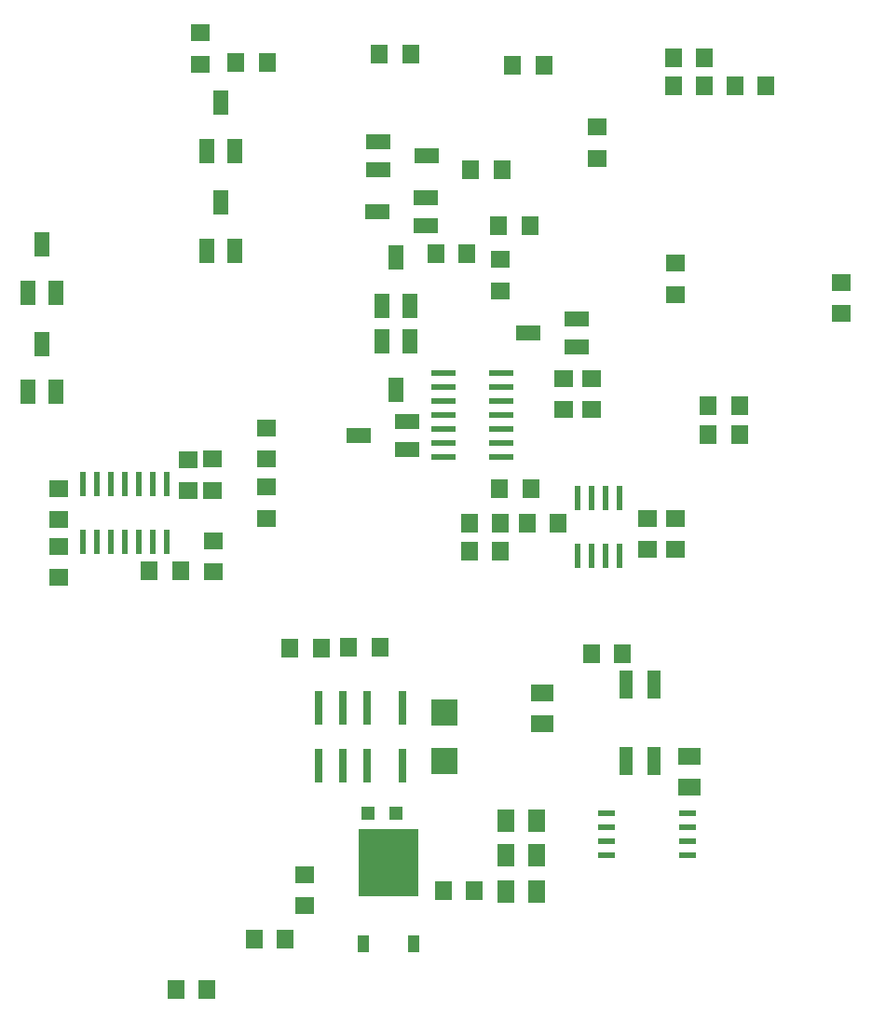
<source format=gbr>
G04 EAGLE Gerber X2 export*
%TF.Part,Single*%
%TF.FileFunction,Paste,Top*%
%TF.FilePolarity,Positive*%
%TF.GenerationSoftware,Autodesk,EAGLE,9.2.2*%
%TF.CreationDate,2019-01-08T22:45:00Z*%
G75*
%MOMM*%
%FSLAX34Y34*%
%LPD*%
%INSolderpaste Top*%
%AMOC8*
5,1,8,0,0,1.08239X$1,22.5*%
G01*
%ADD10R,1.600000X1.800000*%
%ADD11R,1.800000X1.600000*%
%ADD12R,0.600000X2.200000*%
%ADD13R,2.200000X0.600000*%
%ADD14R,0.800000X3.100000*%
%ADD15R,1.270000X2.540000*%
%ADD16R,1.600000X1.803000*%
%ADD17R,1.320800X2.184400*%
%ADD18R,1.803000X1.600000*%
%ADD19R,2.184400X1.320800*%
%ADD20R,2.000000X1.600000*%
%ADD21R,1.600000X2.000000*%
%ADD22R,1.000000X1.600000*%
%ADD23R,5.400000X6.200000*%
%ADD24R,1.549400X0.533400*%
%ADD25R,2.400000X2.400000*%
%ADD26R,1.270000X1.270000*%


D10*
X534890Y460470D03*
X506890Y460470D03*
X565390Y341550D03*
X593390Y341550D03*
X287050Y82550D03*
X259050Y82550D03*
X430500Y127000D03*
X458500Y127000D03*
D11*
X304800Y113000D03*
X304800Y141000D03*
D12*
X116220Y443900D03*
X116220Y495900D03*
X103520Y443900D03*
X128920Y443900D03*
X141620Y443900D03*
X103520Y495900D03*
X128920Y495900D03*
X141620Y495900D03*
X167020Y443900D03*
X167020Y495900D03*
X154320Y443900D03*
X179720Y443900D03*
X154320Y495900D03*
X179720Y495900D03*
D13*
X483200Y533400D03*
X431200Y533400D03*
X483200Y520700D03*
X483200Y546100D03*
X483200Y558800D03*
X431200Y520700D03*
X431200Y546100D03*
X431200Y558800D03*
X483200Y584200D03*
X431200Y584200D03*
X483200Y571500D03*
X483200Y596900D03*
X431200Y571500D03*
X431200Y596900D03*
D12*
X577850Y483200D03*
X577850Y431200D03*
X590550Y483200D03*
X565150Y483200D03*
X552450Y483200D03*
X590550Y431200D03*
X565150Y431200D03*
X552450Y431200D03*
D14*
X393600Y293200D03*
X361600Y293200D03*
X339600Y293200D03*
X317600Y293200D03*
X393600Y240200D03*
X361600Y240200D03*
X339600Y240200D03*
X317600Y240200D03*
D15*
X596900Y244400D03*
X622300Y244400D03*
X622300Y314400D03*
X596900Y314400D03*
D16*
X454140Y460470D03*
X482580Y460470D03*
X522220Y876490D03*
X493780Y876490D03*
X639830Y882650D03*
X668270Y882650D03*
X401030Y886260D03*
X372590Y886260D03*
X484120Y781050D03*
X455680Y781050D03*
D17*
X374620Y657450D03*
X387350Y701450D03*
X400080Y657450D03*
D16*
X668270Y857250D03*
X639830Y857250D03*
D18*
X570150Y820290D03*
X570150Y791850D03*
X482600Y671580D03*
X482600Y700020D03*
D16*
X509520Y730250D03*
X481080Y730250D03*
D18*
X641350Y696370D03*
X641350Y667930D03*
X792270Y679260D03*
X792270Y650820D03*
D19*
X551940Y620540D03*
X507940Y633270D03*
X551940Y646000D03*
X414430Y730220D03*
X370430Y742950D03*
X414430Y755680D03*
D17*
X400080Y625250D03*
X387350Y581250D03*
X374620Y625250D03*
D18*
X221710Y444770D03*
X221710Y416330D03*
D16*
X163390Y417370D03*
X191830Y417370D03*
D17*
X53310Y579440D03*
X66040Y623440D03*
X78770Y579440D03*
X53310Y669819D03*
X66040Y713819D03*
X78770Y669819D03*
D18*
X81390Y411230D03*
X81390Y439670D03*
X641350Y436630D03*
X641350Y465070D03*
D16*
X423930Y704850D03*
X452370Y704850D03*
D17*
X215870Y707900D03*
X228600Y751900D03*
X241330Y707900D03*
X215870Y798420D03*
X228600Y842420D03*
X241330Y798420D03*
D18*
X269930Y518640D03*
X269930Y547080D03*
D16*
X291360Y346930D03*
X319800Y346930D03*
D19*
X397920Y527020D03*
X353920Y539750D03*
X397920Y552480D03*
D20*
X520700Y278100D03*
X520700Y306100D03*
D16*
X454310Y435390D03*
X482750Y435390D03*
D18*
X615950Y436630D03*
X615950Y465070D03*
D16*
X481860Y491410D03*
X510300Y491410D03*
D21*
X515650Y190500D03*
X487650Y190500D03*
D18*
X565150Y592070D03*
X565150Y563630D03*
D16*
X700020Y541290D03*
X671580Y541290D03*
X700020Y566880D03*
X671580Y566880D03*
D21*
X487650Y158750D03*
X515650Y158750D03*
D20*
X654050Y248950D03*
X654050Y220950D03*
D16*
X372970Y347730D03*
X344530Y347730D03*
D18*
X539750Y563630D03*
X539750Y592070D03*
X81390Y492010D03*
X81390Y463570D03*
X269620Y464670D03*
X269620Y493110D03*
X220590Y490250D03*
X220590Y518690D03*
X198840Y490010D03*
X198840Y518450D03*
X209550Y877320D03*
X209550Y905760D03*
D22*
X358200Y79000D03*
X403800Y79000D03*
D23*
X381000Y152000D03*
D24*
X578866Y196850D03*
X578866Y184150D03*
X578866Y171450D03*
X578866Y158750D03*
X653034Y158750D03*
X653034Y171450D03*
X653034Y184150D03*
X653034Y196850D03*
D19*
X371700Y806480D03*
X415700Y793750D03*
X371700Y781020D03*
D25*
X431800Y288700D03*
X431800Y244700D03*
D26*
X361950Y196850D03*
X387350Y196850D03*
D16*
X242320Y878840D03*
X270760Y878840D03*
X724140Y857780D03*
X695700Y857780D03*
D10*
X187720Y36960D03*
X215720Y36960D03*
D21*
X515904Y126365D03*
X487904Y126365D03*
M02*

</source>
